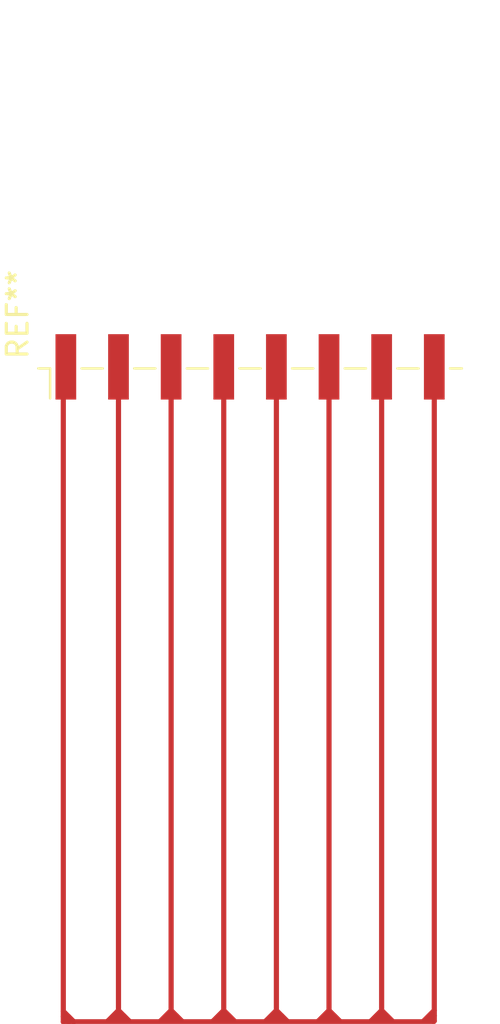
<source format=kicad_pcb>
(kicad_pcb (version 20211014) (generator pcbnew)
  (layers (0 "F.Cu" signal) (31 "B.Cu" signal) (34 "B.Paste" user) (35 "F.Paste" user) (36 "B.SilkS" user "B.Silkscreen") (37 "F.SilkS" user "F.Silkscreen") (38 "B.Mask" user) (39 "F.Mask" user) (44 "Edge.Cuts" user))
  (net 0 "")
  (footprint "Connector_PinHeader_2.54mm:PinHeader_2x08_P2.54mm_Vertical_SMD" (layer "F.Cu") (at 138.43 72.644 90)
    (fp_text reference "REF**" (at 0 -11.22 90) (layer "F.SilkS"))
    (fp_text value "PinHeader_2x08_P2.54mm_Vertical_SMD")
    (fp_line (start -2.6 -0.51) (end -2.6 0.51) (layer "F.SilkS") (width 0.12))
    (fp_line (start -2.6 2.03) (end -2.6 3.05) (layer "F.SilkS") (width 0.12))
    (fp_line (start -2.6 4.57) (end -2.6 5.59) (layer "F.SilkS") (width 0.12))
    (fp_line (start -2.6 -5.59) (end -2.6 -4.57) (layer "F.SilkS") (width 0.12))
    (fp_line (start -2.6 9.65) (end -2.6 10.22) (layer "F.SilkS") (width 0.12))
    (fp_line (start -2.6 7.11) (end -2.6 8.13) (layer "F.SilkS") (width 0.12))
    (fp_line (start -2.6 -10.22) (end -2.6 -9.65) (layer "F.SilkS") (width 0.12))
    (fp_line (start -2.6 -8.13) (end -2.6 -7.11) (layer "F.SilkS") (width 0.12))
    (fp_line (start -4.04 -9.65) (end -2.6 -9.65) (layer "F.SilkS") (width 0.12))
    (fp_line (start -2.6 -3.05) (end -2.6 -2.03) (layer "F.SilkS") (width 0.12))
    (pad "1" smd rect (at -2.525 -8.89 90) (size 3.15 1) (layers "F.Cu" "F.Paste" "F.Mask"))
    (pad "3" smd rect (at -2.525 -6.35 90) (size 3.15 1) (layers "F.Cu" "F.Paste" "F.Mask"))
    (pad "5" smd rect (at -2.525 -3.81 90) (size 3.15 1) (layers "F.Cu" "F.Paste" "F.Mask"))
    (pad "7" smd rect (at -2.525 -1.27 90) (size 3.15 1) (layers "F.Cu" "F.Paste" "F.Mask"))
    (pad "9" smd rect (at -2.525 1.27 90) (size 3.15 1) (layers "F.Cu" "F.Paste" "F.Mask"))
    (pad "11" smd rect (at -2.525 3.81 90) (size 3.15 1) (layers "F.Cu" "F.Paste" "F.Mask"))
    (pad "13" smd rect (at -2.525 6.35 90) (size 3.15 1) (layers "F.Cu" "F.Paste" "F.Mask"))
    (pad "15" smd rect (at -2.525 8.89 90) (size 3.15 1) (layers "F.Cu" "F.Paste" "F.Mask"))
  )
  (segment (start 145.034 106.68) (end 145.288 106.68) (width 0.25) (layer "F.Cu") (net 0))
  (segment (start 129.416462 106.21318) (end 129.416462 75.834569) (width 0.25) (layer "F.Cu") (net 0))
  (segment (start 129.670462 106.72118) (end 129.924462 106.72118) (width 0.25) (layer "F.Cu") (net 0))
  (segment (start 139.192 106.68) (end 139.446 106.68) (width 0.25) (layer "F.Cu") (net 0))
  (segment (start 132.334 106.426) (end 132.08 106.426) (width 0.25) (layer "F.Cu") (net 0))
  (segment (start 137.16 106.172) (end 137.668 106.68) (width 0.25) (layer "F.Cu") (net 0))
  (segment (start 132.08 106.172) (end 132.588 106.68) (width 0.25) (layer "F.Cu") (net 0))
  (segment (start 145.034 106.68) (end 144.78 106.426) (width 0.25) (layer "F.Cu") (net 0))
  (segment (start 135.128 106.68) (end 134.874 106.426) (width 0.25) (layer "F.Cu") (net 0))
  (segment (start 132.08 106.68) (end 132.334 106.68) (width 0.25) (layer "F.Cu") (net 0))
  (segment (start 131.572 106.68) (end 132.08 106.68) (width 0.25) (layer "F.Cu") (net 0))
  (segment (start 141.732 106.68) (end 142.24 106.172) (width 0.25) (layer "F.Cu") (net 0))
  (segment (start 142.494 106.68) (end 142.24 106.426) (width 0.25) (layer "F.Cu") (net 0))
  (segment (start 139.446 106.68) (end 139.7 106.426) (width 0.25) (layer "F.Cu") (net 0))
  (segment (start 147.32 106.68) (end 147.32 106.426) (width 0.25) (layer "F.Cu") (net 0))
  (segment (start 134.62 106.426) (end 134.62 106.172) (width 0.25) (layer "F.Cu") (net 0))
  (segment (start 129.416462 106.72118) (end 129.416462 106.46718) (width 0.25) (layer "F.Cu") (net 0))
  (segment (start 144.78 106.426) (end 144.78 106.172) (width 0.25) (layer "F.Cu") (net 0))
  (segment (start 139.954 106.426) (end 139.7 106.426) (width 0.25) (layer "F.Cu") (net 0))
  (segment (start 134.874 106.68) (end 135.128 106.68) (width 0.25) (layer "F.Cu") (net 0))
  (segment (start 139.7 106.172) (end 139.7 75.793389) (width 0.25) (layer "F.Cu") (net 0))
  (segment (start 134.112 106.68) (end 134.62 106.172) (width 0.25) (layer "F.Cu") (net 0))
  (segment (start 137.414 106.68) (end 137.16 106.426) (width 0.25) (layer "F.Cu") (net 0))
  (segment (start 139.192 106.68) (end 139.7 106.172) (width 0.25) (layer "F.Cu") (net 0))
  (segment (start 141.732 106.68) (end 142.24 106.68) (width 0.25) (layer "F.Cu") (net 0))
  (segment (start 137.16 106.68) (end 137.414 106.68) (width 0.25) (layer "F.Cu") (net 0))
  (segment (start 134.112 106.68) (end 134.366 106.68) (width 0.25) (layer "F.Cu") (net 0))
  (segment (start 137.16 106.426) (end 137.16 106.172) (width 0.25) (layer "F.Cu") (net 0))
  (segment (start 144.272 106.68) (end 144.78 106.172) (width 0.25) (layer "F.Cu") (net 0))
  (segment (start 142.24 106.172) (end 142.748 106.68) (width 0.25) (layer "F.Cu") (net 0))
  (segment (start 144.526 106.68) (end 144.78 106.426) (width 0.25) (layer "F.Cu") (net 0))
  (segment (start 142.24 106.172) (end 142.24 75.793389) (width 0.25) (layer "F.Cu") (net 0))
  (segment (start 147.27882 106.72118) (end 147.32 106.68) (width 0.25) (layer "F.Cu") (net 0))
  (segment (start 134.366 106.68) (end 134.62 106.426) (width 0.25) (layer "F.Cu") (net 0))
  (segment (start 132.334 106.68) (end 132.588 106.68) (width 0.25) (layer "F.Cu") (net 0))
  (segment (start 131.572 106.68) (end 131.826 106.68) (width 0.25) (layer "F.Cu") (net 0))
  (segment (start 137.16 106.172) (end 137.16 75.793389) (width 0.25) (layer "F.Cu") (net 0))
  (segment (start 132.08 106.68) (end 132.08 106.426) (width 0.25) (layer "F.Cu") (net 0))
  (segment (start 129.670462 106.72118) (end 129.416462 106.46718) (width 0.25) (layer "F.Cu") (net 0))
  (segment (start 144.78 106.172) (end 144.78 75.793389) (width 0.25) (layer "F.Cu") (net 0))
  (segment (start 134.112 106.68) (end 134.62 106.68) (width 0.25) (layer "F.Cu") (net 0))
  (segment (start 137.668 106.68) (end 137.414 106.426) (width 0.25) (layer "F.Cu") (net 0))
  (segment (start 145.288 106.68) (end 145.034 106.426) (width 0.25) (layer "F.Cu") (net 0))
  (segment (start 145.034 106.426) (end 144.78 106.426) (width 0.25) (layer "F.Cu") (net 0))
  (segment (start 129.416462 106.46718) (end 129.416462 106.21318) (width 0.25) (layer "F.Cu") (net 0))
  (segment (start 129.670462 106.46718) (end 129.416462 106.46718) (width 0.25) (layer "F.Cu") (net 0))
  (segment (start 129.416462 106.72118) (end 129.670462 106.72118) (width 0.25) (layer "F.Cu") (net 0))
  (segment (start 139.7 106.68) (end 139.954 106.68) (width 0.25) (layer "F.Cu") (net 0))
  (segment (start 144.78 106.172) (end 145.288 106.68) (width 0.25) (layer "F.Cu") (net 0))
  (segment (start 147.066 106.68) (end 147.32 106.426) (width 0.25) (layer "F.Cu") (net 0))
  (segment (start 134.62 106.172) (end 135.128 106.68) (width 0.25) (layer "F.Cu") (net 0))
  (segment (start 142.24 106.68) (end 142.494 106.68) (width 0.25) (layer "F.Cu") (net 0))
  (segment (start 136.906 106.68) (end 137.16 106.426) (width 0.25) (layer "F.Cu") (net 0))
  (segment (start 142.24 106.426) (end 142.24 106.172) (width 0.25) (layer "F.Cu") (net 0))
  (segment (start 132.08 106.426) (end 132.08 106.172) (width 0.25) (layer "F.Cu") (net 0))
  (segment (start 136.652 106.68) (end 136.906 106.68) (width 0.25) (layer "F.Cu") (net 0))
  (segment (start 142.24 106.68) (end 142.24 106.426) (width 0.25) (layer "F.Cu") (net 0))
  (segment (start 139.7 106.172) (end 140.208 106.68) (width 0.25) (layer "F.Cu") (net 0))
  (segment (start 146.812 106.68) (end 147.32 106.172) (width 0.25) (layer "F.Cu") (net 0))
  (segment (start 139.954 106.68) (end 140.208 106.68) (width 0.25) (layer "F.Cu") (net 0))
  (segment (start 142.494 106.68) (end 142.748 106.68) (width 0.25) (layer "F.Cu") (net 0))
  (segment (start 144.272 106.68) (end 144.526 106.68) (width 0.25) (layer "F.Cu") (net 0))
  (segment (start 141.732 106.68) (end 141.986 106.68) (width 0.25) (layer "F.Cu") (net 0))
  (segment (start 134.62 106.68) (end 134.874 106.68) (width 0.25) (layer "F.Cu") (net 0))
  (segment (start 134.62 106.68) (end 134.62 106.426) (width 0.25) (layer "F.Cu") (net 0))
  (segment (start 139.192 106.68) (end 139.7 106.68) (width 0.25) (layer "F.Cu") (net 0))
  (segment (start 140.208 106.68) (end 139.954 106.426) (width 0.25) (layer "F.Cu") (net 0))
  (segment (start 137.16 106.68) (end 137.16 106.426) (width 0.25) (layer "F.Cu") (net 0))
  (segment (start 137.414 106.426) (end 137.16 106.426) (width 0.25) (layer "F.Cu") (net 0))
  (segment (start 132.334 106.68) (end 132.08 106.426) (width 0.25) (layer "F.Cu") (net 0))
  (segment (start 144.272 106.68) (end 144.78 106.68) (width 0.25) (layer "F.Cu") (net 0))
  (segment (start 134.62 106.172) (end 134.62 75.793389) (width 0.25) (layer "F.Cu") (net 0))
  (segment (start 129.924462 106.72118) (end 129.670462 106.46718) (width 0.25) (layer "F.Cu") (net 0))
  (segment (start 136.652 106.68) (end 137.16 106.172) (width 0.25) (layer "F.Cu") (net 0))
  (segment (start 142.494 106.426) (end 142.24 106.426) (width 0.25) (layer "F.Cu") (net 0))
  (segment (start 139.7 106.68) (end 139.7 106.426) (width 0.25) (layer "F.Cu") (net 0))
  (segment (start 142.748 106.68) (end 142.494 106.426) (width 0.25) (layer "F.Cu") (net 0))
  (segment (start 141.986 106.68) (end 142.24 106.426) (width 0.25) (layer "F.Cu") (net 0))
  (segment (start 147.32 106.426) (end 147.32 106.172) (width 0.25) (layer "F.Cu") (net 0))
  (segment (start 146.812 106.68) (end 147.32 106.68) (width 0.25) (layer "F.Cu") (net 0))
  (segment (start 132.588 106.68) (end 132.334 106.426) (width 0.25) (layer "F.Cu") (net 0))
  (segment (start 129.416462 106.72118) (end 147.27882 106.72118) (width 0.25) (layer "F.Cu") (net 0))
  (segment (start 137.414 106.68) (end 137.668 106.68) (width 0.25) (layer "F.Cu") (net 0))
  (segment (start 136.652 106.68) (end 137.16 106.68) (width 0.25) (layer "F.Cu") (net 0))
  (segment (start 131.572 106.68) (end 132.08 106.172) (width 0.25) (layer "F.Cu") (net 0))
  (segment (start 129.416462 106.21318) (end 129.924462 106.72118) (width 0.25) (layer "F.Cu") (net 0))
  (segment (start 144.78 106.68) (end 145.034 106.68) (width 0.25) (layer "F.Cu") (net 0))
  (segment (start 144.78 106.68) (end 144.78 106.426) (width 0.25) (layer "F.Cu") (net 0))
  (segment (start 134.874 106.426) (end 134.62 106.426) (width 0.25) (layer "F.Cu") (net 0))
  (segment (start 139.954 106.68) (end 139.7 106.426) (width 0.25) (layer "F.Cu") (net 0))
  (segment (start 147.32 106.172) (end 147.32 75.793389) (width 0.25) (layer "F.Cu") (net 0))
  (segment (start 139.7 106.426) (end 139.7 106.172) (width 0.25) (layer "F.Cu") (net 0))
  (segment (start 146.812 106.68) (end 147.066 106.68) (width 0.25) (layer "F.Cu") (net 0))
  (segment (start 132.08 106.172) (end 132.08 75.793389) (width 0.25) (layer "F.Cu") (net 0))
  (segment (start 134.874 106.68) (end 134.62 106.426) (width 0.25) (layer "F.Cu") (net 0))
  (segment (start 131.826 106.68) (end 132.08 106.426) (width 0.25) (layer "F.Cu") (net 0))
)
</source>
